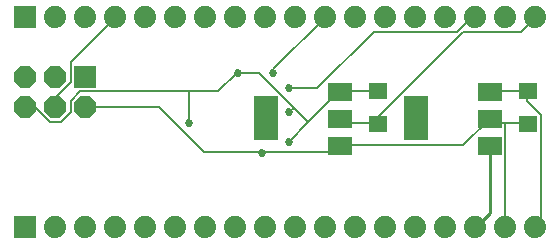
<source format=gbl>
G75*
%MOIN*%
%OFA0B0*%
%FSLAX25Y25*%
%IPPOS*%
%LPD*%
%AMOC8*
5,1,8,0,0,1.08239X$1,22.5*
%
%ADD10R,0.07900X0.05900*%
%ADD11R,0.07900X0.15000*%
%ADD12R,0.06299X0.05512*%
%ADD13R,0.07400X0.07400*%
%ADD14OC8,0.07400*%
%ADD15C,0.07400*%
%ADD16C,0.00800*%
%ADD17C,0.02700*%
%ADD18C,0.01000*%
D10*
X0112150Y0034400D03*
X0112150Y0043400D03*
X0112150Y0052400D03*
X0162150Y0052400D03*
X0162150Y0043400D03*
X0162150Y0034400D03*
D11*
X0137350Y0043500D03*
X0087350Y0043500D03*
D12*
X0124750Y0041738D03*
X0124750Y0052762D03*
X0174750Y0052762D03*
X0174750Y0041738D03*
D13*
X0007250Y0007250D03*
X0027250Y0057250D03*
X0007250Y0077250D03*
D14*
X0007250Y0057250D03*
X0017250Y0057250D03*
X0017250Y0047250D03*
X0027250Y0047250D03*
X0007250Y0047250D03*
D15*
X0017250Y0077250D03*
X0027250Y0077250D03*
X0037250Y0077250D03*
X0047250Y0077250D03*
X0057250Y0077250D03*
X0067250Y0077250D03*
X0077250Y0077250D03*
X0087250Y0077250D03*
X0097250Y0077250D03*
X0107250Y0077250D03*
X0117250Y0077250D03*
X0127250Y0077250D03*
X0137250Y0077250D03*
X0147250Y0077250D03*
X0157250Y0077250D03*
X0167250Y0077250D03*
X0177250Y0077250D03*
X0177250Y0007250D03*
X0167250Y0007250D03*
X0157250Y0007250D03*
X0147250Y0007250D03*
X0137250Y0007250D03*
X0127250Y0007250D03*
X0117250Y0007250D03*
X0107250Y0007250D03*
X0097250Y0007250D03*
X0087250Y0007250D03*
X0077250Y0007250D03*
X0067250Y0007250D03*
X0057250Y0007250D03*
X0047250Y0007250D03*
X0037250Y0007250D03*
X0027250Y0007250D03*
X0017250Y0007250D03*
D16*
X0051750Y0047200D02*
X0066800Y0032150D01*
X0086050Y0032150D01*
X0086050Y0031800D01*
X0086050Y0032150D02*
X0109850Y0032150D01*
X0111950Y0034250D01*
X0112150Y0034400D01*
X0112300Y0034600D01*
X0153250Y0034600D01*
X0162000Y0043350D01*
X0162150Y0043400D01*
X0162350Y0043350D01*
X0163750Y0041950D01*
X0167250Y0041950D01*
X0167250Y0007250D01*
X0177250Y0007250D02*
X0177400Y0007300D01*
X0179150Y0009050D01*
X0179150Y0044750D01*
X0174600Y0049300D01*
X0174600Y0052100D01*
X0174750Y0052762D01*
X0174600Y0052450D01*
X0162350Y0052450D01*
X0162150Y0052400D01*
X0167250Y0041950D02*
X0174600Y0041950D01*
X0174750Y0041738D01*
X0153250Y0072400D02*
X0124550Y0043700D01*
X0124550Y0042300D01*
X0124750Y0041738D01*
X0124550Y0041950D01*
X0113700Y0041950D01*
X0112300Y0043350D01*
X0112150Y0043400D01*
X0111950Y0052450D02*
X0101625Y0042125D01*
X0096725Y0047025D01*
X0095150Y0045450D01*
X0096725Y0047025D02*
X0085000Y0058750D01*
X0078000Y0058750D01*
X0077650Y0058750D01*
X0071350Y0052450D01*
X0061900Y0052450D01*
X0061900Y0041950D01*
X0051750Y0047200D02*
X0027250Y0047200D01*
X0027250Y0047250D01*
X0022350Y0045450D02*
X0022350Y0049300D01*
X0025500Y0052450D01*
X0061900Y0052450D01*
X0089900Y0058750D02*
X0089900Y0059800D01*
X0107050Y0076950D01*
X0107250Y0077250D01*
X0123500Y0072400D02*
X0151150Y0072400D01*
X0155700Y0076950D01*
X0157100Y0076950D01*
X0157250Y0077250D01*
X0153250Y0072400D02*
X0172500Y0072400D01*
X0177050Y0076950D01*
X0177250Y0077250D01*
X0124750Y0052762D02*
X0124550Y0052450D01*
X0112300Y0052450D01*
X0112150Y0052400D01*
X0111950Y0052450D01*
X0104600Y0053500D02*
X0123500Y0072400D01*
X0104600Y0053500D02*
X0095150Y0053500D01*
X0101625Y0042125D02*
X0095150Y0035650D01*
X0037050Y0076950D02*
X0022350Y0062250D01*
X0022350Y0055600D01*
X0017450Y0050700D01*
X0017450Y0047550D01*
X0017250Y0047250D01*
X0019200Y0042300D02*
X0022350Y0045450D01*
X0019200Y0042300D02*
X0015350Y0042300D01*
X0010450Y0047200D01*
X0007300Y0047200D01*
X0007250Y0047250D01*
X0037050Y0076950D02*
X0037250Y0077250D01*
D17*
X0078000Y0058750D03*
X0089900Y0058750D03*
X0095150Y0053500D03*
X0095150Y0045450D03*
X0095150Y0035650D03*
X0086050Y0031800D03*
X0061900Y0041950D03*
D18*
X0157250Y0007250D02*
X0157450Y0007300D01*
X0162000Y0011850D01*
X0162000Y0034250D01*
X0162150Y0034400D01*
M02*

</source>
